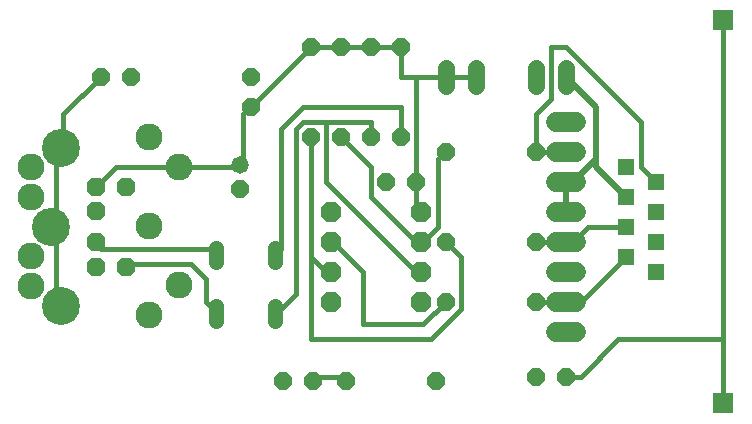
<source format=gtl>
G75*
%MOIN*%
%OFA0B0*%
%FSLAX24Y24*%
%IPPOS*%
%LPD*%
%AMOC8*
5,1,8,0,0,1.08239X$1,22.5*
%
%ADD10OC8,0.0580*%
%ADD11C,0.0580*%
%ADD12OC8,0.0614*%
%ADD13C,0.1266*%
%ADD14C,0.0496*%
%ADD15OC8,0.0680*%
%ADD16C,0.0900*%
%ADD17R,0.0575X0.0575*%
%ADD18R,0.0710X0.0710*%
%ADD19C,0.0660*%
%ADD20C,0.0580*%
%ADD21C,0.0160*%
%ADD22C,0.0200*%
D10*
X009780Y001575D03*
X010780Y001575D03*
X011905Y001575D03*
X014905Y001575D03*
X018217Y001700D03*
X019217Y001700D03*
X018217Y004200D03*
X015217Y004200D03*
X015217Y006200D03*
X018217Y006200D03*
X014217Y008200D03*
X013217Y008200D03*
X015217Y009200D03*
X013717Y009700D03*
X012717Y009700D03*
X011717Y009700D03*
X010717Y009700D03*
X008717Y010700D03*
X008717Y011700D03*
X010717Y012700D03*
X011717Y012700D03*
X012717Y012700D03*
X013717Y012700D03*
X018217Y009200D03*
X008355Y007947D03*
X004717Y011700D03*
X003717Y011700D03*
D11*
X008355Y008747D03*
D12*
X004548Y008039D03*
X003564Y008039D03*
X003564Y007212D03*
X003564Y006188D03*
X003564Y005361D03*
X004548Y005361D03*
D13*
X002387Y004060D03*
X002057Y006700D03*
X002387Y009340D03*
D14*
X007546Y006011D02*
X007546Y005514D01*
X009514Y005514D02*
X009514Y006011D01*
X009514Y004073D02*
X009514Y003577D01*
X007546Y003577D02*
X007546Y004073D01*
D15*
X011405Y004200D03*
X011405Y005200D03*
X011405Y006200D03*
X011405Y007200D03*
X014405Y007200D03*
X014405Y006200D03*
X014405Y005200D03*
X014405Y004200D03*
D16*
X005335Y003774D03*
X006331Y004746D03*
X005339Y006719D03*
X006327Y008683D03*
X005335Y009683D03*
X001405Y008683D03*
X001405Y007703D03*
X001405Y005723D03*
X001405Y004743D03*
D17*
X021217Y005700D03*
X022217Y006200D03*
X021217Y006700D03*
X022217Y007200D03*
X021217Y007700D03*
X022217Y008200D03*
X021217Y008700D03*
X022217Y005200D03*
D18*
X024467Y000820D03*
X024467Y013580D03*
D19*
X019547Y010200D02*
X018887Y010200D01*
X018887Y009200D02*
X019547Y009200D01*
X019547Y008200D02*
X018887Y008200D01*
X018887Y007200D02*
X019547Y007200D01*
X019547Y006200D02*
X018887Y006200D01*
X018887Y005200D02*
X019547Y005200D01*
X019547Y004200D02*
X018887Y004200D01*
X018887Y003200D02*
X019547Y003200D01*
D20*
X019217Y011410D02*
X019217Y011990D01*
X018217Y011990D02*
X018217Y011410D01*
X016217Y011410D02*
X016217Y011990D01*
X015217Y011990D02*
X015217Y011410D01*
D21*
X015217Y011700D02*
X014217Y011700D01*
X014217Y008200D01*
X014217Y007200D01*
X014405Y007200D01*
X014967Y006700D02*
X014467Y006200D01*
X014405Y006200D01*
X014217Y006200D01*
X012717Y007700D01*
X012717Y008700D01*
X011717Y009700D01*
X011217Y010200D02*
X011217Y008200D01*
X014217Y005200D01*
X014405Y005200D01*
X015217Y006200D02*
X015717Y005700D01*
X015717Y003950D01*
X014717Y002950D01*
X010717Y002950D01*
X010717Y005700D01*
X011217Y005200D01*
X011405Y005200D01*
X010717Y005700D02*
X010717Y009700D01*
X010467Y010200D02*
X010217Y009950D01*
X010217Y004450D01*
X009717Y003950D01*
X009514Y003825D01*
X007546Y003825D02*
X007467Y003950D01*
X007217Y004200D01*
X007217Y004950D01*
X006717Y005450D01*
X004717Y005450D01*
X004548Y005361D01*
X003717Y005950D02*
X003564Y006188D01*
X003717Y005950D02*
X007467Y005950D01*
X007546Y005762D01*
X009514Y005762D02*
X009717Y005950D01*
X009717Y009950D01*
X010467Y010700D01*
X013717Y010700D01*
X013717Y009700D01*
X012717Y009700D02*
X012717Y010200D01*
X011217Y010200D01*
X010467Y010200D01*
X008717Y010700D02*
X010717Y012700D01*
X011717Y012700D01*
X012717Y012700D01*
X013717Y012700D01*
X013717Y011700D01*
X014217Y011700D01*
X015217Y011700D02*
X016217Y011700D01*
X018217Y010450D02*
X018217Y009200D01*
X019217Y009200D01*
X018217Y010450D02*
X018717Y010950D01*
X018717Y012700D01*
X019217Y012700D01*
X021717Y010200D01*
X021717Y008700D01*
X022217Y008200D01*
X021217Y006700D02*
X019967Y006700D01*
X019467Y006200D01*
X019217Y006200D01*
X018217Y006200D01*
X019717Y004200D02*
X021217Y005700D01*
X019717Y004200D02*
X019217Y004200D01*
X018217Y004200D01*
X019717Y001700D02*
X020967Y002950D01*
X024467Y002950D01*
X024467Y013580D01*
X015217Y009200D02*
X014967Y008950D01*
X014967Y006700D01*
X012467Y005200D02*
X011467Y006200D01*
X011405Y006200D01*
X012467Y005200D02*
X012467Y003450D01*
X014467Y003450D01*
X015217Y004200D01*
X011905Y001575D02*
X011717Y001700D01*
X010967Y001700D01*
X010780Y001575D01*
X002387Y004060D02*
X002217Y004200D01*
X002217Y006700D01*
X002057Y006700D01*
X002217Y006700D02*
X002217Y009200D01*
X002387Y009340D01*
X002467Y009450D01*
X002467Y010450D01*
X003717Y011700D01*
X008467Y010450D02*
X008467Y008950D01*
X008355Y008747D01*
X008217Y008700D01*
X006467Y008700D01*
X006327Y008683D01*
X006217Y008700D01*
X004217Y008700D01*
X003717Y008200D01*
X003564Y008039D01*
X008467Y010450D02*
X008717Y010700D01*
X024467Y002950D02*
X024467Y000820D01*
X019717Y001700D02*
X019217Y001700D01*
D22*
X019217Y007200D02*
X019217Y007950D01*
X019217Y008200D01*
X019217Y007950D02*
X020217Y008950D01*
X020217Y008700D01*
X021217Y007700D01*
X020217Y008950D02*
X020217Y010700D01*
X019217Y011700D01*
M02*

</source>
